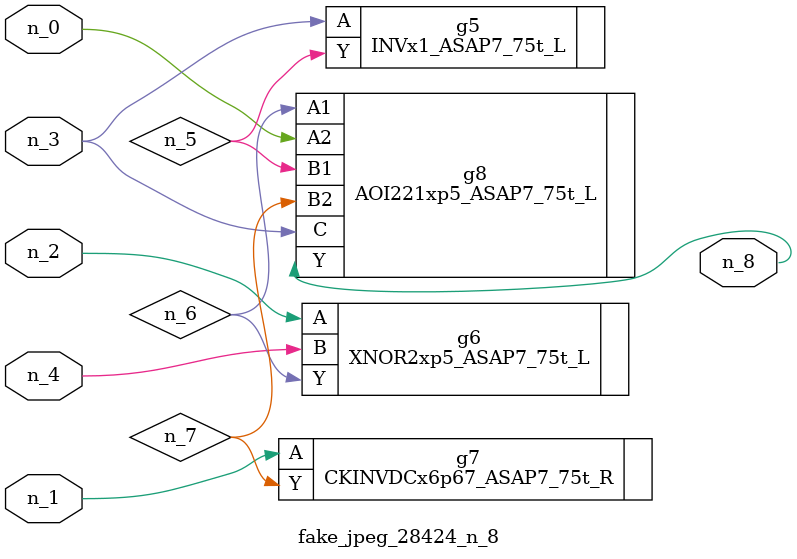
<source format=v>
module fake_jpeg_28424_n_8 (n_3, n_2, n_1, n_0, n_4, n_8);

input n_3;
input n_2;
input n_1;
input n_0;
input n_4;

output n_8;

wire n_6;
wire n_5;
wire n_7;

INVx1_ASAP7_75t_L g5 ( 
.A(n_3),
.Y(n_5)
);

XNOR2xp5_ASAP7_75t_L g6 ( 
.A(n_2),
.B(n_4),
.Y(n_6)
);

CKINVDCx6p67_ASAP7_75t_R g7 ( 
.A(n_1),
.Y(n_7)
);

AOI221xp5_ASAP7_75t_L g8 ( 
.A1(n_6),
.A2(n_0),
.B1(n_5),
.B2(n_7),
.C(n_3),
.Y(n_8)
);


endmodule
</source>
